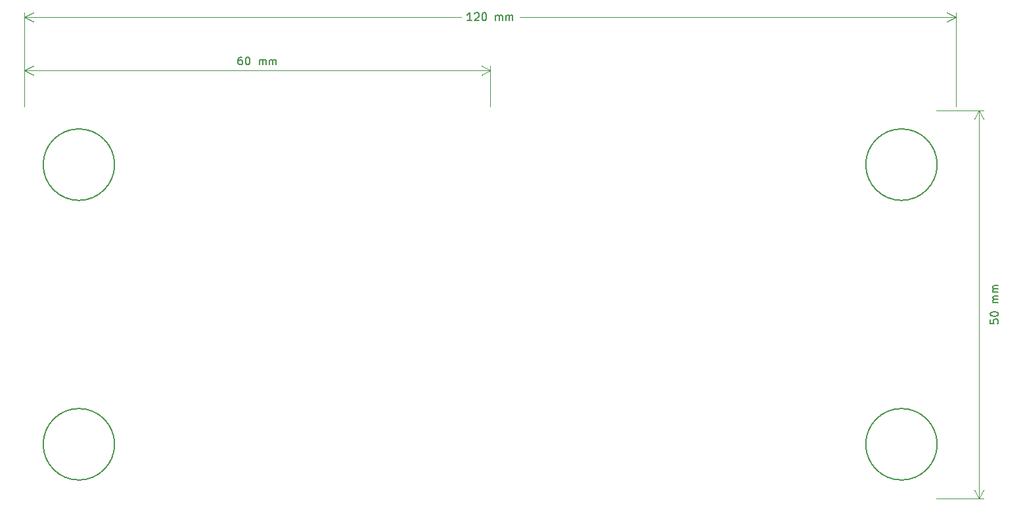
<source format=gbr>
%TF.GenerationSoftware,KiCad,Pcbnew,8.0.4*%
%TF.CreationDate,2024-12-23T16:55:19-08:00*%
%TF.ProjectId,Butterfly_v0,42757474-6572-4666-9c79-5f76302e6b69,rev?*%
%TF.SameCoordinates,Original*%
%TF.FileFunction,Other,Comment*%
%FSLAX46Y46*%
G04 Gerber Fmt 4.6, Leading zero omitted, Abs format (unit mm)*
G04 Created by KiCad (PCBNEW 8.0.4) date 2024-12-23 16:55:19*
%MOMM*%
%LPD*%
G01*
G04 APERTURE LIST*
%ADD10C,0.150000*%
%ADD11C,0.050000*%
G04 APERTURE END LIST*
D10*
X107619047Y-38454819D02*
X107047619Y-38454819D01*
X107333333Y-38454819D02*
X107333333Y-37454819D01*
X107333333Y-37454819D02*
X107238095Y-37597676D01*
X107238095Y-37597676D02*
X107142857Y-37692914D01*
X107142857Y-37692914D02*
X107047619Y-37740533D01*
X108000000Y-37550057D02*
X108047619Y-37502438D01*
X108047619Y-37502438D02*
X108142857Y-37454819D01*
X108142857Y-37454819D02*
X108380952Y-37454819D01*
X108380952Y-37454819D02*
X108476190Y-37502438D01*
X108476190Y-37502438D02*
X108523809Y-37550057D01*
X108523809Y-37550057D02*
X108571428Y-37645295D01*
X108571428Y-37645295D02*
X108571428Y-37740533D01*
X108571428Y-37740533D02*
X108523809Y-37883390D01*
X108523809Y-37883390D02*
X107952381Y-38454819D01*
X107952381Y-38454819D02*
X108571428Y-38454819D01*
X109190476Y-37454819D02*
X109285714Y-37454819D01*
X109285714Y-37454819D02*
X109380952Y-37502438D01*
X109380952Y-37502438D02*
X109428571Y-37550057D01*
X109428571Y-37550057D02*
X109476190Y-37645295D01*
X109476190Y-37645295D02*
X109523809Y-37835771D01*
X109523809Y-37835771D02*
X109523809Y-38073866D01*
X109523809Y-38073866D02*
X109476190Y-38264342D01*
X109476190Y-38264342D02*
X109428571Y-38359580D01*
X109428571Y-38359580D02*
X109380952Y-38407200D01*
X109380952Y-38407200D02*
X109285714Y-38454819D01*
X109285714Y-38454819D02*
X109190476Y-38454819D01*
X109190476Y-38454819D02*
X109095238Y-38407200D01*
X109095238Y-38407200D02*
X109047619Y-38359580D01*
X109047619Y-38359580D02*
X109000000Y-38264342D01*
X109000000Y-38264342D02*
X108952381Y-38073866D01*
X108952381Y-38073866D02*
X108952381Y-37835771D01*
X108952381Y-37835771D02*
X109000000Y-37645295D01*
X109000000Y-37645295D02*
X109047619Y-37550057D01*
X109047619Y-37550057D02*
X109095238Y-37502438D01*
X109095238Y-37502438D02*
X109190476Y-37454819D01*
X110714286Y-38454819D02*
X110714286Y-37788152D01*
X110714286Y-37883390D02*
X110761905Y-37835771D01*
X110761905Y-37835771D02*
X110857143Y-37788152D01*
X110857143Y-37788152D02*
X111000000Y-37788152D01*
X111000000Y-37788152D02*
X111095238Y-37835771D01*
X111095238Y-37835771D02*
X111142857Y-37931009D01*
X111142857Y-37931009D02*
X111142857Y-38454819D01*
X111142857Y-37931009D02*
X111190476Y-37835771D01*
X111190476Y-37835771D02*
X111285714Y-37788152D01*
X111285714Y-37788152D02*
X111428571Y-37788152D01*
X111428571Y-37788152D02*
X111523810Y-37835771D01*
X111523810Y-37835771D02*
X111571429Y-37931009D01*
X111571429Y-37931009D02*
X111571429Y-38454819D01*
X112047619Y-38454819D02*
X112047619Y-37788152D01*
X112047619Y-37883390D02*
X112095238Y-37835771D01*
X112095238Y-37835771D02*
X112190476Y-37788152D01*
X112190476Y-37788152D02*
X112333333Y-37788152D01*
X112333333Y-37788152D02*
X112428571Y-37835771D01*
X112428571Y-37835771D02*
X112476190Y-37931009D01*
X112476190Y-37931009D02*
X112476190Y-38454819D01*
X112476190Y-37931009D02*
X112523809Y-37835771D01*
X112523809Y-37835771D02*
X112619047Y-37788152D01*
X112619047Y-37788152D02*
X112761904Y-37788152D01*
X112761904Y-37788152D02*
X112857143Y-37835771D01*
X112857143Y-37835771D02*
X112904762Y-37931009D01*
X112904762Y-37931009D02*
X112904762Y-38454819D01*
D11*
X50000000Y-49500000D02*
X50000000Y-37413580D01*
X170000000Y-49500000D02*
X170000000Y-37413580D01*
X50000000Y-38000000D02*
X106232143Y-38000000D01*
X113767857Y-38000000D02*
X170000000Y-38000000D01*
X50000000Y-38000000D02*
X51126504Y-37413579D01*
X50000000Y-38000000D02*
X51126504Y-38586421D01*
X170000000Y-38000000D02*
X168873496Y-38586421D01*
X170000000Y-38000000D02*
X168873496Y-37413579D01*
D10*
X78000000Y-43137106D02*
X77809524Y-43137106D01*
X77809524Y-43137106D02*
X77714286Y-43184725D01*
X77714286Y-43184725D02*
X77666667Y-43232344D01*
X77666667Y-43232344D02*
X77571429Y-43375201D01*
X77571429Y-43375201D02*
X77523810Y-43565677D01*
X77523810Y-43565677D02*
X77523810Y-43946629D01*
X77523810Y-43946629D02*
X77571429Y-44041867D01*
X77571429Y-44041867D02*
X77619048Y-44089487D01*
X77619048Y-44089487D02*
X77714286Y-44137106D01*
X77714286Y-44137106D02*
X77904762Y-44137106D01*
X77904762Y-44137106D02*
X78000000Y-44089487D01*
X78000000Y-44089487D02*
X78047619Y-44041867D01*
X78047619Y-44041867D02*
X78095238Y-43946629D01*
X78095238Y-43946629D02*
X78095238Y-43708534D01*
X78095238Y-43708534D02*
X78047619Y-43613296D01*
X78047619Y-43613296D02*
X78000000Y-43565677D01*
X78000000Y-43565677D02*
X77904762Y-43518058D01*
X77904762Y-43518058D02*
X77714286Y-43518058D01*
X77714286Y-43518058D02*
X77619048Y-43565677D01*
X77619048Y-43565677D02*
X77571429Y-43613296D01*
X77571429Y-43613296D02*
X77523810Y-43708534D01*
X78714286Y-43137106D02*
X78809524Y-43137106D01*
X78809524Y-43137106D02*
X78904762Y-43184725D01*
X78904762Y-43184725D02*
X78952381Y-43232344D01*
X78952381Y-43232344D02*
X79000000Y-43327582D01*
X79000000Y-43327582D02*
X79047619Y-43518058D01*
X79047619Y-43518058D02*
X79047619Y-43756153D01*
X79047619Y-43756153D02*
X79000000Y-43946629D01*
X79000000Y-43946629D02*
X78952381Y-44041867D01*
X78952381Y-44041867D02*
X78904762Y-44089487D01*
X78904762Y-44089487D02*
X78809524Y-44137106D01*
X78809524Y-44137106D02*
X78714286Y-44137106D01*
X78714286Y-44137106D02*
X78619048Y-44089487D01*
X78619048Y-44089487D02*
X78571429Y-44041867D01*
X78571429Y-44041867D02*
X78523810Y-43946629D01*
X78523810Y-43946629D02*
X78476191Y-43756153D01*
X78476191Y-43756153D02*
X78476191Y-43518058D01*
X78476191Y-43518058D02*
X78523810Y-43327582D01*
X78523810Y-43327582D02*
X78571429Y-43232344D01*
X78571429Y-43232344D02*
X78619048Y-43184725D01*
X78619048Y-43184725D02*
X78714286Y-43137106D01*
X80238096Y-44137106D02*
X80238096Y-43470439D01*
X80238096Y-43565677D02*
X80285715Y-43518058D01*
X80285715Y-43518058D02*
X80380953Y-43470439D01*
X80380953Y-43470439D02*
X80523810Y-43470439D01*
X80523810Y-43470439D02*
X80619048Y-43518058D01*
X80619048Y-43518058D02*
X80666667Y-43613296D01*
X80666667Y-43613296D02*
X80666667Y-44137106D01*
X80666667Y-43613296D02*
X80714286Y-43518058D01*
X80714286Y-43518058D02*
X80809524Y-43470439D01*
X80809524Y-43470439D02*
X80952381Y-43470439D01*
X80952381Y-43470439D02*
X81047620Y-43518058D01*
X81047620Y-43518058D02*
X81095239Y-43613296D01*
X81095239Y-43613296D02*
X81095239Y-44137106D01*
X81571429Y-44137106D02*
X81571429Y-43470439D01*
X81571429Y-43565677D02*
X81619048Y-43518058D01*
X81619048Y-43518058D02*
X81714286Y-43470439D01*
X81714286Y-43470439D02*
X81857143Y-43470439D01*
X81857143Y-43470439D02*
X81952381Y-43518058D01*
X81952381Y-43518058D02*
X82000000Y-43613296D01*
X82000000Y-43613296D02*
X82000000Y-44137106D01*
X82000000Y-43613296D02*
X82047619Y-43518058D01*
X82047619Y-43518058D02*
X82142857Y-43470439D01*
X82142857Y-43470439D02*
X82285714Y-43470439D01*
X82285714Y-43470439D02*
X82380953Y-43518058D01*
X82380953Y-43518058D02*
X82428572Y-43613296D01*
X82428572Y-43613296D02*
X82428572Y-44137106D01*
D11*
X50000000Y-49500000D02*
X50000000Y-44245867D01*
X110000000Y-49500000D02*
X110000000Y-44245867D01*
X50000000Y-44832287D02*
X110000000Y-44832287D01*
X50000000Y-44832287D02*
X110000000Y-44832287D01*
X50000000Y-44832287D02*
X51126504Y-44245866D01*
X50000000Y-44832287D02*
X51126504Y-45418708D01*
X110000000Y-44832287D02*
X108873496Y-45418708D01*
X110000000Y-44832287D02*
X108873496Y-44245866D01*
D10*
X174454819Y-76952380D02*
X174454819Y-77428570D01*
X174454819Y-77428570D02*
X174931009Y-77476189D01*
X174931009Y-77476189D02*
X174883390Y-77428570D01*
X174883390Y-77428570D02*
X174835771Y-77333332D01*
X174835771Y-77333332D02*
X174835771Y-77095237D01*
X174835771Y-77095237D02*
X174883390Y-76999999D01*
X174883390Y-76999999D02*
X174931009Y-76952380D01*
X174931009Y-76952380D02*
X175026247Y-76904761D01*
X175026247Y-76904761D02*
X175264342Y-76904761D01*
X175264342Y-76904761D02*
X175359580Y-76952380D01*
X175359580Y-76952380D02*
X175407200Y-76999999D01*
X175407200Y-76999999D02*
X175454819Y-77095237D01*
X175454819Y-77095237D02*
X175454819Y-77333332D01*
X175454819Y-77333332D02*
X175407200Y-77428570D01*
X175407200Y-77428570D02*
X175359580Y-77476189D01*
X174454819Y-76285713D02*
X174454819Y-76190475D01*
X174454819Y-76190475D02*
X174502438Y-76095237D01*
X174502438Y-76095237D02*
X174550057Y-76047618D01*
X174550057Y-76047618D02*
X174645295Y-75999999D01*
X174645295Y-75999999D02*
X174835771Y-75952380D01*
X174835771Y-75952380D02*
X175073866Y-75952380D01*
X175073866Y-75952380D02*
X175264342Y-75999999D01*
X175264342Y-75999999D02*
X175359580Y-76047618D01*
X175359580Y-76047618D02*
X175407200Y-76095237D01*
X175407200Y-76095237D02*
X175454819Y-76190475D01*
X175454819Y-76190475D02*
X175454819Y-76285713D01*
X175454819Y-76285713D02*
X175407200Y-76380951D01*
X175407200Y-76380951D02*
X175359580Y-76428570D01*
X175359580Y-76428570D02*
X175264342Y-76476189D01*
X175264342Y-76476189D02*
X175073866Y-76523808D01*
X175073866Y-76523808D02*
X174835771Y-76523808D01*
X174835771Y-76523808D02*
X174645295Y-76476189D01*
X174645295Y-76476189D02*
X174550057Y-76428570D01*
X174550057Y-76428570D02*
X174502438Y-76380951D01*
X174502438Y-76380951D02*
X174454819Y-76285713D01*
X175454819Y-74761903D02*
X174788152Y-74761903D01*
X174883390Y-74761903D02*
X174835771Y-74714284D01*
X174835771Y-74714284D02*
X174788152Y-74619046D01*
X174788152Y-74619046D02*
X174788152Y-74476189D01*
X174788152Y-74476189D02*
X174835771Y-74380951D01*
X174835771Y-74380951D02*
X174931009Y-74333332D01*
X174931009Y-74333332D02*
X175454819Y-74333332D01*
X174931009Y-74333332D02*
X174835771Y-74285713D01*
X174835771Y-74285713D02*
X174788152Y-74190475D01*
X174788152Y-74190475D02*
X174788152Y-74047618D01*
X174788152Y-74047618D02*
X174835771Y-73952379D01*
X174835771Y-73952379D02*
X174931009Y-73904760D01*
X174931009Y-73904760D02*
X175454819Y-73904760D01*
X175454819Y-73428570D02*
X174788152Y-73428570D01*
X174883390Y-73428570D02*
X174835771Y-73380951D01*
X174835771Y-73380951D02*
X174788152Y-73285713D01*
X174788152Y-73285713D02*
X174788152Y-73142856D01*
X174788152Y-73142856D02*
X174835771Y-73047618D01*
X174835771Y-73047618D02*
X174931009Y-72999999D01*
X174931009Y-72999999D02*
X175454819Y-72999999D01*
X174931009Y-72999999D02*
X174835771Y-72952380D01*
X174835771Y-72952380D02*
X174788152Y-72857142D01*
X174788152Y-72857142D02*
X174788152Y-72714285D01*
X174788152Y-72714285D02*
X174835771Y-72619046D01*
X174835771Y-72619046D02*
X174931009Y-72571427D01*
X174931009Y-72571427D02*
X175454819Y-72571427D01*
D11*
X167500000Y-50000000D02*
X173586420Y-50000000D01*
X167500000Y-100000000D02*
X173586420Y-100000000D01*
X173000000Y-50000000D02*
X173000000Y-100000000D01*
X173000000Y-50000000D02*
X173000000Y-100000000D01*
X173000000Y-50000000D02*
X173586421Y-51126504D01*
X173000000Y-50000000D02*
X172413579Y-51126504D01*
X173000000Y-100000000D02*
X172413579Y-98873496D01*
X173000000Y-100000000D02*
X173586421Y-98873496D01*
D10*
%TO.C,H3*%
X167600000Y-93000000D02*
G75*
G02*
X158400000Y-93000000I-4600000J0D01*
G01*
X158400000Y-93000000D02*
G75*
G02*
X167600000Y-93000000I4600000J0D01*
G01*
%TO.C,H2*%
X61600000Y-93000000D02*
G75*
G02*
X52400000Y-93000000I-4600000J0D01*
G01*
X52400000Y-93000000D02*
G75*
G02*
X61600000Y-93000000I4600000J0D01*
G01*
%TO.C,H4*%
X167600000Y-57000000D02*
G75*
G02*
X158400000Y-57000000I-4600000J0D01*
G01*
X158400000Y-57000000D02*
G75*
G02*
X167600000Y-57000000I4600000J0D01*
G01*
%TO.C,H1*%
X61600000Y-57000000D02*
G75*
G02*
X52400000Y-57000000I-4600000J0D01*
G01*
X52400000Y-57000000D02*
G75*
G02*
X61600000Y-57000000I4600000J0D01*
G01*
%TD*%
M02*

</source>
